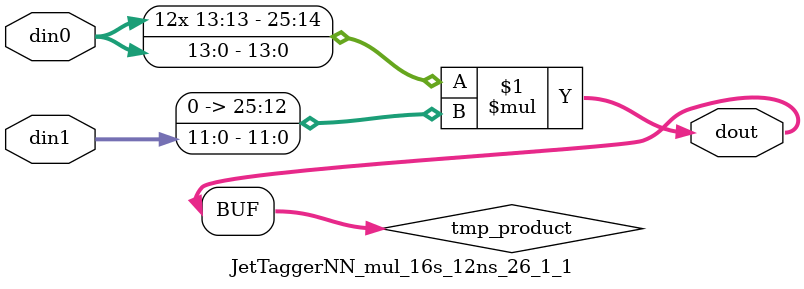
<source format=v>

`timescale 1 ns / 1 ps

  module JetTaggerNN_mul_16s_12ns_26_1_1(din0, din1, dout);
parameter ID = 1;
parameter NUM_STAGE = 0;
parameter din0_WIDTH = 14;
parameter din1_WIDTH = 12;
parameter dout_WIDTH = 26;

input [din0_WIDTH - 1 : 0] din0; 
input [din1_WIDTH - 1 : 0] din1; 
output [dout_WIDTH - 1 : 0] dout;

wire signed [dout_WIDTH - 1 : 0] tmp_product;












assign tmp_product = $signed(din0) * $signed({1'b0, din1});









assign dout = tmp_product;







endmodule

</source>
